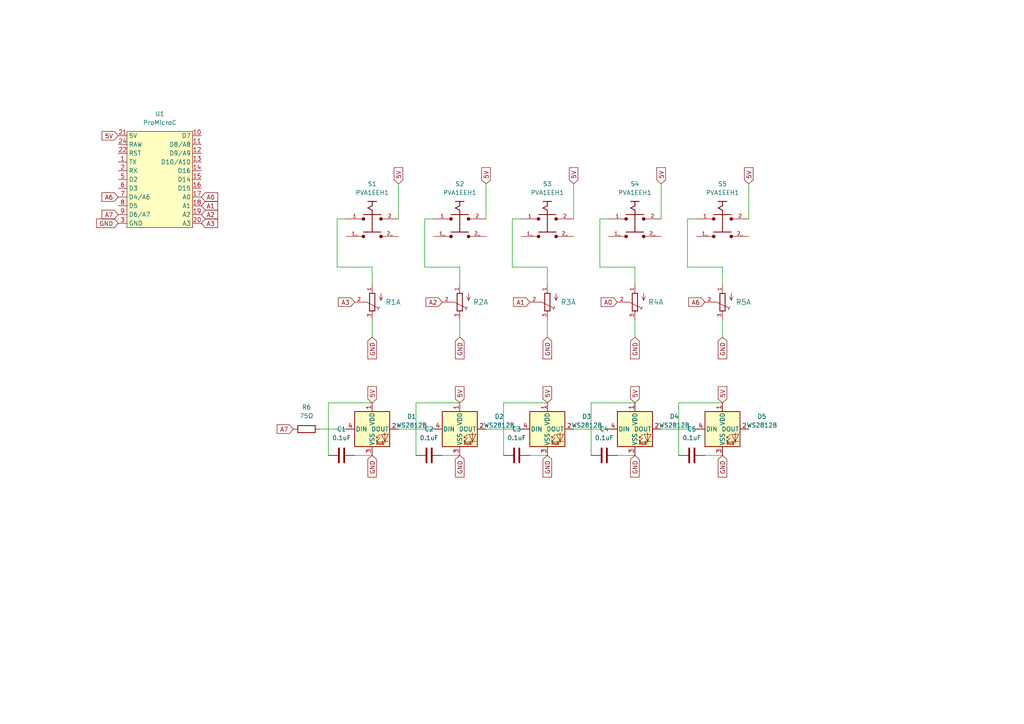
<source format=kicad_sch>
(kicad_sch (version 20231120) (generator "eeschema") (generator_version "8.0")
  (paper "A4")
  (lib_symbols
    (symbol "Bourns:PTA6043-2015DP-B103" (pin_names (offset 1.016))
      (property "Reference" "R" (at 2.54 -7.62 0))
      (property "Value" "PTA6043-2015DP-B103" (at 2.54 -5.08 0))
      (symbol "PTA6043-2015DP-B103_1_0"
        (polyline (pts (xy -2.54 -2.54) (xy -2.54 -0.508)) (stroke (width 0.1524)))
        (polyline (pts (xy -2.54 -0.508) (xy -3.048 -1.524)) (stroke (width 0.1524)))
        (polyline (pts (xy -2.54 -0.508) (xy -2.032 -1.524)) (stroke (width 0.1524)))
        (polyline (pts (xy -2.1597 1.2939) (xy -1.7018 2.2352)) (stroke (width 0.1524)))
        (polyline (pts (xy -0.762 -2.54) (xy 0.762 -2.54)) (stroke (width 0.254)))
        (polyline (pts (xy -0.762 2.54) (xy -0.762 -2.54)) (stroke (width 0.254)))
        (polyline (pts (xy 0.762 -2.54) (xy 0.762 2.54)) (stroke (width 0.254)))
        (polyline (pts (xy 0.762 2.54) (xy -0.762 2.54)) (stroke (width 0.254)))
        (polyline (pts (xy 1.651 0) (xy -1.8796 1.7526)) (stroke (width 0.1524)))
        (polyline (pts (xy 2.54 0) (xy 1.651 0)) (stroke (width 0.1524)))
        (pin passive line (at 0 -5.08 90) (length 2.54) (name "~") (number "1"))
        (pin passive line (at 5.08 0 180) (length 2.54) (name "~") (number "2"))
        (pin passive line (at 0 5.08 270) (length 2.54) (name "~") (number "3"))
      )
      (symbol "PTA6043-2015DP-B103_2_0"
        (pin passive line (at 0 0 270) (length 5.08) (name "~") (number "S1"))
      )
      (symbol "PTA6043-2015DP-B103_3_0"
        (pin passive line (at 0 0 270) (length 5.08) (name "~") (number "S2"))
      )
      (symbol "PTA6043-2015DP-B103_4_0"
        (pin passive line (at 0 0 270) (length 5.08) (name "~") (number "S3"))
      )
      (symbol "PTA6043-2015DP-B103_5_0"
        (pin passive line (at 0 0 270) (length 5.08) (name "~") (number "S4"))
      )
    )
    (symbol "C&K:PVA1EEH1" (pin_names (offset 1.016))
      (property "Reference" "S" (at -5.08 10.16 0))
      (property "Value" "PVA1EEH1" (at -5.08 -7.62 0))
      (symbol "PVA1EEH1_0_0"
        (circle (center -2.54 -2.54) (radius 0.254) (stroke (width 0.508)))
        (circle (center -2.54 2.54) (radius 0.254) (stroke (width 0.508)))
        (polyline (pts (xy -2.54 -1.27) (xy 0 -1.27)) (stroke (width 0.254)))
        (polyline (pts (xy -2.54 3.81) (xy 2.54 3.81)) (stroke (width 0.254)))
        (polyline (pts (xy -1.27 5.715) (xy 0 6.35)) (stroke (width 0.254)))
        (polyline (pts (xy -1.27 7.62) (xy 1.27 7.62)) (stroke (width 0.254)))
        (polyline (pts (xy 0 -1.27) (xy 0 5.08)) (stroke (width 0.254)))
        (polyline (pts (xy 0 -1.27) (xy 2.54 -1.27)) (stroke (width 0.254)))
        (polyline (pts (xy 0 5.08) (xy -1.27 5.715)) (stroke (width 0.254)))
        (polyline (pts (xy 0 6.35) (xy 0 7.62)) (stroke (width 0.254)))
        (circle (center 2.54 -2.54) (radius 0.254) (stroke (width 0.508)))
        (circle (center 2.54 2.54) (radius 0.254) (stroke (width 0.508)))
        (pin passive line (at -7.62 2.54 0) (length 5.08) (name "~") (number "1"))
        (pin passive line (at -7.62 -2.54 0) (length 5.08) (name "~") (number "1_"))
        (pin passive line (at 7.62 2.54 180) (length 5.08) (name "~") (number "2"))
        (pin passive line (at 7.62 -2.54 180) (length 5.08) (name "~") (number "2_"))
      )
    )
    (symbol "Device:C" (pin_numbers hide) (pin_names (offset 0.254))
      (property "Reference" "C" (at 0.635 2.54 0))
      (property "Value" "C" (at 0.635 -2.54 0))
      (symbol "C_0_1"
        (polyline (pts (xy -2.032 -0.762) (xy 2.032 -0.762)) (stroke (width 0.508)))
        (polyline (pts (xy -2.032 0.762) (xy 2.032 0.762)) (stroke (width 0.508)))
      )
      (symbol "C_1_1"
        (pin passive line (at 0 3.81 270) (length 2.794) (name "~") (number "1"))
        (pin passive line (at 0 -3.81 90) (length 2.794) (name "~") (number "2"))
      )
    )
    (symbol "Device:R" (pin_numbers hide) (pin_names (offset 0))
      (property "Reference" "R" (at 2.032 0 90))
      (property "Value" "R" (at 0 0 90))
      (symbol "R_0_1"
        (rectangle (start -1.016 -2.54) (end 1.016 2.54) (stroke (width 0.254)))
      )
      (symbol "R_1_1"
        (pin passive line (at 0 3.81 270) (length 1.27) (name "~") (number "1"))
        (pin passive line (at 0 -3.81 90) (length 1.27) (name "~") (number "2"))
      )
    )
    (symbol "LED:WS2812B" (pin_names (offset 0.254))
      (property "Reference" "D" (at 5.08 5.715 0))
      (property "Value" "WS2812B" (at 1.27 -5.715 0))
      (symbol "WS2812B_0_0"
        (text "RGB" (at 2.286 -4.191 0) (effects (font (size 0.762 0.762))))
      )
      (symbol "WS2812B_0_1"
        (polyline (pts (xy 1.27 -3.556) (xy 1.778 -3.556)))
        (polyline (pts (xy 1.27 -2.54) (xy 1.778 -2.54)))
        (polyline (pts (xy 4.699 -3.556) (xy 2.667 -3.556)))
        (polyline (pts (xy 2.286 -2.54) (xy 1.27 -3.556) (xy 1.27 -3.048)))
        (polyline (pts (xy 2.286 -1.524) (xy 1.27 -2.54) (xy 1.27 -2.032)))
        (polyline (pts (xy 3.683 -1.016) (xy 3.683 -3.556) (xy 3.683 -4.064)))
        (polyline (pts (xy 4.699 -1.524) (xy 2.667 -1.524) (xy 3.683 -3.556) (xy 4.699 -1.524)))
        (rectangle (start 5.08 5.08) (end -5.08 -5.08) (stroke (width 0.254)) (fill (type background)))
      )
      (symbol "WS2812B_1_1"
        (pin power_in line (at 0 7.62 270) (length 2.54) (name "VDD") (number "1"))
        (pin output line (at 7.62 0 180) (length 2.54) (name "DOUT") (number "2"))
        (pin power_in line (at 0 -7.62 90) (length 2.54) (name "VSS") (number "3"))
        (pin input line (at -7.62 0 0) (length 2.54) (name "DIN") (number "4"))
      )
    )
    (symbol "SparkFun:ProMicroC"
      (property "Reference" "U" (at 1.27 0 0))
      (property "Value" "ProMicroC" (at 15.24 0 0))
      (symbol "ProMicroC_1_1"
        (rectangle (start 0 -1.27) (end 19.05 -29.21) (fill (type background)))
        (pin input line (at -2.54 -10.16 0) (length 2.54) (name "TX") (number "1"))
        (pin input line (at 21.59 -2.54 180) (length 2.54) (name "D7") (number "10"))
        (pin input line (at 21.59 -5.08 180) (length 2.54) (name "D8/A8") (number "11"))
        (pin input line (at 21.59 -7.62 180) (length 2.54) (name "D9/A9") (number "12"))
        (pin input line (at 21.59 -10.16 180) (length 2.54) (name "D10/A10") (number "13"))
        (pin input line (at 21.59 -12.7 180) (length 2.54) (name "D16") (number "14"))
        (pin input line (at 21.59 -15.24 180) (length 2.54) (name "D14") (number "15"))
        (pin input line (at 21.59 -17.78 180) (length 2.54) (name "D15") (number "16"))
        (pin input line (at 21.59 -20.32 180) (length 2.54) (name "A0") (number "17"))
        (pin input line (at 21.59 -22.86 180) (length 2.54) (name "A1") (number "18"))
        (pin input line (at 21.59 -25.4 180) (length 2.54) (name "A2") (number "19"))
        (pin input line (at -2.54 -12.7 0) (length 2.54) (name "RX") (number "2"))
        (pin input line (at 21.59 -27.94 180) (length 2.54) (name "A3") (number "20"))
        (pin input line (at -2.54 -2.54 0) (length 2.54) (name "5V") (number "21"))
        (pin input line (at -2.54 -7.62 0) (length 2.54) (name "RST") (number "22"))
        (pin input line (at -2.54 -27.94 0) (length 2.54) hide (name "GND") (number "23"))
        (pin input line (at -2.54 -5.08 0) (length 2.54) (name "RAW") (number "24"))
        (pin input line (at -2.54 -27.94 0) (length 2.54) (name "GND") (number "3"))
        (pin input line (at -2.54 -27.94 0) (length 2.54) hide (name "GND") (number "4"))
        (pin input line (at -2.54 -15.24 0) (length 2.54) (name "D2") (number "5"))
        (pin input line (at -2.54 -17.78 0) (length 2.54) (name "D3") (number "6"))
        (pin input line (at -2.54 -20.32 0) (length 2.54) (name "D4/A6") (number "7"))
        (pin input line (at -2.54 -22.86 0) (length 2.54) (name "D5") (number "8"))
        (pin input line (at -2.54 -25.4 0) (length 2.54) (name "D6/A7") (number "9"))
      )
    )
  )
  (wire (pts (xy 199.39 63.5) (xy 201.93 63.5)))
  (wire (pts (xy 123.19 63.5) (xy 125.73 63.5)))
  (wire (pts (xy 97.79 63.5) (xy 100.33 63.5)))
  (wire (pts (xy 92.71 124.46) (xy 100.33 124.46)))
  (wire (pts (xy 209.55 77.47) (xy 199.39 77.47)))
  (wire (pts (xy 120.65 116.84) (xy 120.65 132.08)))
  (wire (pts (xy 184.15 77.47) (xy 184.15 82.55)))
  (wire (pts (xy 115.57 53.34) (xy 115.57 63.5)))
  (wire (pts (xy 209.55 92.71) (xy 209.55 97.79)))
  (wire (pts (xy 191.77 53.34) (xy 191.77 63.5)))
  (wire (pts (xy 102.87 132.08) (xy 107.95 132.08)))
  (wire (pts (xy 166.37 53.34) (xy 166.37 63.5)))
  (wire (pts (xy 148.59 77.47) (xy 148.59 63.5)))
  (wire (pts (xy 123.19 77.47) (xy 123.19 63.5)))
  (wire (pts (xy 140.97 124.46) (xy 151.13 124.46)))
  (wire (pts (xy 146.05 116.84) (xy 146.05 132.08)))
  (wire (pts (xy 133.35 92.71) (xy 133.35 97.79)))
  (wire (pts (xy 115.57 124.46) (xy 125.73 124.46)))
  (wire (pts (xy 133.35 116.84) (xy 120.65 116.84)))
  (wire (pts (xy 107.95 77.47) (xy 107.95 82.55)))
  (wire (pts (xy 133.35 77.47) (xy 123.19 77.47)))
  (wire (pts (xy 166.37 124.46) (xy 176.53 124.46)))
  (wire (pts (xy 217.17 53.34) (xy 217.17 63.5)))
  (wire (pts (xy 107.95 92.71) (xy 107.95 97.79)))
  (wire (pts (xy 158.75 77.47) (xy 158.75 82.55)))
  (wire (pts (xy 133.35 77.47) (xy 133.35 82.55)))
  (wire (pts (xy 184.15 116.84) (xy 171.45 116.84)))
  (wire (pts (xy 204.47 132.08) (xy 209.55 132.08)))
  (wire (pts (xy 184.15 77.47) (xy 173.99 77.47)))
  (wire (pts (xy 173.99 63.5) (xy 176.53 63.5)))
  (wire (pts (xy 97.79 77.47) (xy 97.79 63.5)))
  (wire (pts (xy 179.07 132.08) (xy 184.15 132.08)))
  (wire (pts (xy 209.55 116.84) (xy 196.85 116.84)))
  (wire (pts (xy 191.77 124.46) (xy 201.93 124.46)))
  (wire (pts (xy 184.15 92.71) (xy 184.15 97.79)))
  (wire (pts (xy 95.25 116.84) (xy 107.95 116.84)))
  (wire (pts (xy 158.75 92.71) (xy 158.75 97.79)))
  (wire (pts (xy 171.45 116.84) (xy 171.45 132.08)))
  (wire (pts (xy 196.85 116.84) (xy 196.85 132.08)))
  (wire (pts (xy 173.99 77.47) (xy 173.99 63.5)))
  (wire (pts (xy 107.95 77.47) (xy 97.79 77.47)))
  (wire (pts (xy 153.67 132.08) (xy 158.75 132.08)))
  (wire (pts (xy 158.75 116.84) (xy 146.05 116.84)))
  (wire (pts (xy 199.39 77.47) (xy 199.39 63.5)))
  (wire (pts (xy 158.75 77.47) (xy 148.59 77.47)))
  (wire (pts (xy 140.97 53.34) (xy 140.97 63.5)))
  (wire (pts (xy 95.25 132.08) (xy 95.25 116.84)))
  (wire (pts (xy 148.59 63.5) (xy 151.13 63.5)))
  (wire (pts (xy 209.55 77.47) (xy 209.55 82.55)))
  (wire (pts (xy 128.27 132.08) (xy 133.35 132.08)))
  (global_label "5V" (shape input) (at 115.57 53.34 90) (property "Intersheetrefs" "${INTERSHEET_REFS}" (effects (hide yes))))
  (global_label "5V" (shape input) (at 191.77 53.34 90) (property "Intersheetrefs" "${INTERSHEET_REFS}" (effects (hide yes))))
  (global_label "GND" (shape input) (at 133.35 97.79 270) (property "Intersheetrefs" "${INTERSHEET_REFS}" (effects (hide yes))))
  (global_label "A1" (shape input) (at 153.67 87.63 180) (property "Intersheetrefs" "${INTERSHEET_REFS}" (effects (hide yes))))
  (global_label "GND" (shape input) (at 34.29 64.77 180) (property "Intersheetrefs" "${INTERSHEET_REFS}" (effects (hide yes))))
  (global_label "GND" (shape input) (at 107.95 132.08 270) (property "Intersheetrefs" "${INTERSHEET_REFS}" (effects (hide yes))))
  (global_label "GND" (shape input) (at 133.35 132.08 270) (property "Intersheetrefs" "${INTERSHEET_REFS}" (effects (hide yes))))
  (global_label "5V" (shape input) (at 34.29 39.37 180) (property "Intersheetrefs" "${INTERSHEET_REFS}" (effects (hide yes))))
  (global_label "GND" (shape input) (at 158.75 132.08 270) (property "Intersheetrefs" "${INTERSHEET_REFS}" (effects (hide yes))))
  (global_label "5V" (shape input) (at 133.35 116.84 90) (property "Intersheetrefs" "${INTERSHEET_REFS}" (effects (hide yes))))
  (global_label "A0" (shape input) (at 179.07 87.63 180) (property "Intersheetrefs" "${INTERSHEET_REFS}" (effects (hide yes))))
  (global_label "GND" (shape input) (at 209.55 97.79 270) (property "Intersheetrefs" "${INTERSHEET_REFS}" (effects (hide yes))))
  (global_label "5V" (shape input) (at 184.15 116.84 90) (property "Intersheetrefs" "${INTERSHEET_REFS}" (effects (hide yes))))
  (global_label "A0" (shape input) (at 58.42 57.15 0) (property "Intersheetrefs" "${INTERSHEET_REFS}" (effects (hide yes))))
  (global_label "5V" (shape input) (at 217.17 53.34 90) (property "Intersheetrefs" "${INTERSHEET_REFS}" (effects (hide yes))))
  (global_label "A2" (shape input) (at 128.27 87.63 180) (property "Intersheetrefs" "${INTERSHEET_REFS}" (effects (hide yes))))
  (global_label "A1" (shape input) (at 58.42 59.69 0) (property "Intersheetrefs" "${INTERSHEET_REFS}" (effects (hide yes))))
  (global_label "5V" (shape input) (at 140.97 53.34 90) (property "Intersheetrefs" "${INTERSHEET_REFS}" (effects (hide yes))))
  (global_label "A3" (shape input) (at 102.87 87.63 180) (property "Intersheetrefs" "${INTERSHEET_REFS}" (effects (hide yes))))
  (global_label "5V" (shape input) (at 158.75 116.84 90) (property "Intersheetrefs" "${INTERSHEET_REFS}" (effects (hide yes))))
  (global_label "A6" (shape input) (at 34.29 57.15 180) (property "Intersheetrefs" "${INTERSHEET_REFS}" (effects (hide yes))))
  (global_label "5V" (shape input) (at 209.55 116.84 90) (property "Intersheetrefs" "${INTERSHEET_REFS}" (effects (hide yes))))
  (global_label "A6" (shape input) (at 204.47 87.63 180) (property "Intersheetrefs" "${INTERSHEET_REFS}" (effects (hide yes))))
  (global_label "GND" (shape input) (at 209.55 132.08 270) (property "Intersheetrefs" "${INTERSHEET_REFS}" (effects (hide yes))))
  (global_label "GND" (shape input) (at 158.75 97.79 270) (property "Intersheetrefs" "${INTERSHEET_REFS}" (effects (hide yes))))
  (global_label "GND" (shape input) (at 184.15 132.08 270) (property "Intersheetrefs" "${INTERSHEET_REFS}" (effects (hide yes))))
  (global_label "GND" (shape input) (at 107.95 97.79 270) (property "Intersheetrefs" "${INTERSHEET_REFS}" (effects (hide yes))))
  (global_label "5V" (shape input) (at 166.37 53.34 90) (property "Intersheetrefs" "${INTERSHEET_REFS}" (effects (hide yes))))
  (global_label "A7" (shape input) (at 85.09 124.46 180) (property "Intersheetrefs" "${INTERSHEET_REFS}" (effects (hide yes))))
  (global_label "A7" (shape input) (at 34.29 62.23 180) (property "Intersheetrefs" "${INTERSHEET_REFS}" (effects (hide yes))))
  (global_label "A2" (shape input) (at 58.42 62.23 0) (property "Intersheetrefs" "${INTERSHEET_REFS}" (effects (hide yes))))
  (global_label "GND" (shape input) (at 184.15 97.79 270) (property "Intersheetrefs" "${INTERSHEET_REFS}" (effects (hide yes))))
  (global_label "5V" (shape input) (at 107.95 116.84 90) (property "Intersheetrefs" "${INTERSHEET_REFS}" (effects (hide yes))))
  (global_label "A3" (shape input) (at 58.42 64.77 0) (property "Intersheetrefs" "${INTERSHEET_REFS}" (effects (hide yes))))
  (symbol (lib_id "Bourns:PTA6043-2015DP-B103") (at 184.15 87.63 180) (unit 1)
    (property "Reference" "R4" (at 187.96 87.6299 0) (effects (font (size 1.524 1.524)) (justify right)))
    (property "Value" "PTA6043-2015DPB103" (effects (hide yes)))
    (property "Footprint" "Bourns:PTA6043-2015DP-B103" (effects (hide yes)))
    (property "Datasheet" "https://octopart.com/datasheet/pta6043-2015dpb103-bourns-10486550" (effects (hide yes)))
    (property "MF" "Bourns" (effects (hide yes)))
    (property "Description_1" "\nPTA Series, Linear Potentiometer, 10kOhms, +/-20%, 0.25W, Through Hole | Bourns PTA6043-2015DPB103\n" (effects (hide yes)))
    (property "Package" "None" (effects (hide yes)))
    (property "Price" "None" (effects (hide yes)))
    (property "SnapEDA_Link" "https://www.snapeda.com/parts/PTA6043-2015DPB103/Bourns/view-part/?ref=snap" (effects (hide yes)))
    (property "MP" "PTA6043-2015DPB103" (effects (hide yes)))
    (property "Availability" "In Stock" (effects (hide yes)))
    (property "Check_prices" "https://www.snapeda.com/parts/PTA6043-2015DPB103/Bourns/view-part/?ref=eda" (effects (hide yes)))
  )
  (symbol (lib_id "Device:C") (at 124.46 132.08 90) (unit 1)
    (property "Reference" "C2" (at 124.46 124.46 90))
    (property "Value" "0.1uF" (at 124.46 127 90))
    (property "Footprint" "Capacitor_SMD:C_0603_1608Metric" (effects (hide yes)))
    (property "Datasheet" "https://octopart.com/datasheet/cl10b104jo8nnnc-samsung-19831569" (effects (hide yes)))
    (property "Description" "Samsung CL10B104JO8NNNC" (effects (hide yes)))
  )
  (symbol (lib_id "Device:C") (at 200.66 132.08 90) (unit 1)
    (property "Reference" "C5" (at 200.66 124.46 90))
    (property "Value" "0.1uF" (at 200.66 127 90))
    (property "Footprint" "Capacitor_SMD:C_0603_1608Metric" (effects (hide yes)))
    (property "Datasheet" "https://octopart.com/datasheet/cl10b104jo8nnnc-samsung-19831569" (effects (hide yes)))
    (property "Description" "Samsung CL10B104JO8NNNC" (effects (hide yes)))
  )
  (symbol (lib_id "LED:WS2812B") (at 107.95 124.46 0) (unit 1)
    (property "Reference" "D1" (at 119.38 120.812 0))
    (property "Value" "WS2812B" (at 119.38 123.352 0))
    (property "Footprint" "LED_SMD:LED_WS2812B_PLCC4_5.0x5.0mm_P3.2mm" (effects (hide yes)))
    (property "Datasheet" "https://cdn-shop.adafruit.com/datasheets/WS2812B.pdf" (effects (hide yes)))
    (property "Description" "RGB LED with integrated controller" (effects (hide yes)))
  )
  (symbol (lib_id "Device:C") (at 175.26 132.08 90) (unit 1)
    (property "Reference" "C4" (at 175.26 124.46 90))
    (property "Value" "0.1uF" (at 175.26 127 90))
    (property "Footprint" "Capacitor_SMD:C_0603_1608Metric" (effects (hide yes)))
    (property "Datasheet" "https://octopart.com/datasheet/cl10b104jo8nnnc-samsung-19831569" (effects (hide yes)))
    (property "Description" "Samsung CL10B104JO8NNNC" (effects (hide yes)))
  )
  (symbol (lib_id "C&K:PVA1EEH1") (at 158.75 66.04 0) (unit 1)
    (property "Reference" "S3" (at 158.75 53.34 0))
    (property "Value" "PVA1EEH1" (at 158.75 55.88 0))
    (property "Footprint" "C&K:SW_PVA1EEH1" (effects (hide yes)))
    (property "Datasheet" "https://www.ckswitches.com/media/1343/pva.pdf" (effects (hide yes)))
    (property "SnapEDA_Link" "https://www.snapeda.com/parts/PVA1EEH1/C%2526K+Components/view-part/?ref=snap" (effects (hide yes)))
    (property "MAXIMUM_PACKAGE_HEIGHT" "17.74 mm" (effects (hide yes)))
    (property "Package" "None" (effects (hide yes)))
    (property "Check_prices" "https://www.snapeda.com/parts/PVA1EEH1/C%2526K+Components/view-part/?ref=eda" (effects (hide yes)))
    (property "STANDARD" "Manufacturer Recommendations" (effects (hide yes)))
    (property "PARTREV" "11 Jun 18" (effects (hide yes)))
    (property "MF" "C&K Components" (effects (hide yes)))
    (property "MP" "PVA1EEH1" (effects (hide yes)))
    (property "Description_1" "\nPushbutton Switch DPST Keyswitch Through Hole\n" (effects (hide yes)))
    (property "MANUFACTURER" "C&K" (effects (hide yes)))
  )
  (symbol (lib_id "LED:WS2812B") (at 133.35 124.46 0) (unit 1)
    (property "Reference" "D2" (at 144.78 120.812 0))
    (property "Value" "WS2812B" (at 144.78 123.352 0))
    (property "Footprint" "LED_SMD:LED_WS2812B_PLCC4_5.0x5.0mm_P3.2mm" (effects (hide yes)))
    (property "Datasheet" "https://cdn-shop.adafruit.com/datasheets/WS2812B.pdf" (effects (hide yes)))
    (property "Description" "RGB LED with integrated controller" (effects (hide yes)))
  )
  (symbol (lib_id "LED:WS2812B") (at 158.75 124.46 0) (unit 1)
    (property "Reference" "D3" (at 170.18 120.812 0))
    (property "Value" "WS2812B" (at 170.18 123.352 0))
    (property "Footprint" "LED_SMD:LED_WS2812B_PLCC4_5.0x5.0mm_P3.2mm" (effects (hide yes)))
    (property "Datasheet" "https://cdn-shop.adafruit.com/datasheets/WS2812B.pdf" (effects (hide yes)))
    (property "Description" "RGB LED with integrated controller" (effects (hide yes)))
  )
  (symbol (lib_id "Bourns:PTA6043-2015DP-B103") (at 107.95 87.63 180) (unit 1)
    (property "Reference" "R1" (at 111.76 87.6299 0) (effects (font (size 1.524 1.524)) (justify right)))
    (property "Value" "PTA6043-2015DPB103" (effects (hide yes)))
    (property "Footprint" "Bourns:PTA6043-2015DP-B103" (effects (hide yes)))
    (property "Datasheet" "https://octopart.com/datasheet/pta6043-2015dpb103-bourns-10486550" (effects (hide yes)))
    (property "MF" "Bourns" (effects (hide yes)))
    (property "Description_1" "\nPTA Series, Linear Potentiometer, 10kOhms, +/-20%, 0.25W, Through Hole | Bourns PTA6043-2015DPB103\n" (effects (hide yes)))
    (property "Package" "None" (effects (hide yes)))
    (property "Price" "None" (effects (hide yes)))
    (property "SnapEDA_Link" "https://www.snapeda.com/parts/PTA6043-2015DPB103/Bourns/view-part/?ref=snap" (effects (hide yes)))
    (property "MP" "PTA6043-2015DPB103" (effects (hide yes)))
    (property "Availability" "In Stock" (effects (hide yes)))
    (property "Check_prices" "https://www.snapeda.com/parts/PTA6043-2015DPB103/Bourns/view-part/?ref=eda" (effects (hide yes)))
  )
  (symbol (lib_id "Device:C") (at 149.86 132.08 90) (unit 1)
    (property "Reference" "C3" (at 149.86 124.46 90))
    (property "Value" "0.1uF" (at 149.86 127 90))
    (property "Footprint" "Capacitor_SMD:C_0603_1608Metric" (effects (hide yes)))
    (property "Datasheet" "https://octopart.com/datasheet/cl10b104jo8nnnc-samsung-19831569" (effects (hide yes)))
    (property "Description" "Samsung CL10B104JO8NNNC" (effects (hide yes)))
  )
  (symbol (lib_id "Bourns:PTA6043-2015DP-B103") (at 158.75 87.63 180) (unit 1)
    (property "Reference" "R3" (at 162.56 87.6299 0) (effects (font (size 1.524 1.524)) (justify right)))
    (property "Value" "PTA6043-2015DPB103" (effects (hide yes)))
    (property "Footprint" "Bourns:PTA6043-2015DP-B103" (effects (hide yes)))
    (property "Datasheet" "https://octopart.com/datasheet/pta6043-2015dpb103-bourns-10486550" (effects (hide yes)))
    (property "MF" "Bourns" (effects (hide yes)))
    (property "Description_1" "\nPTA Series, Linear Potentiometer, 10kOhms, +/-20%, 0.25W, Through Hole | Bourns PTA6043-2015DPB103\n" (effects (hide yes)))
    (property "Package" "None" (effects (hide yes)))
    (property "Price" "None" (effects (hide yes)))
    (property "SnapEDA_Link" "https://www.snapeda.com/parts/PTA6043-2015DPB103/Bourns/view-part/?ref=snap" (effects (hide yes)))
    (property "MP" "PTA6043-2015DPB103" (effects (hide yes)))
    (property "Availability" "In Stock" (effects (hide yes)))
    (property "Check_prices" "https://www.snapeda.com/parts/PTA6043-2015DPB103/Bourns/view-part/?ref=eda" (effects (hide yes)))
  )
  (symbol (lib_id "Bourns:PTA6043-2015DP-B103") (at 133.35 87.63 180) (unit 1)
    (property "Reference" "R2" (at 137.16 87.6299 0) (effects (font (size 1.524 1.524)) (justify right)))
    (property "Value" "PTA6043-2015DPB103" (effects (hide yes)))
    (property "Footprint" "Bourns:PTA6043-2015DP-B103" (effects (hide yes)))
    (property "Datasheet" "https://octopart.com/datasheet/pta6043-2015dpb103-bourns-10486550" (effects (hide yes)))
    (property "MF" "Bourns" (effects (hide yes)))
    (property "Description_1" "\nPTA Series, Linear Potentiometer, 10kOhms, +/-20%, 0.25W, Through Hole | Bourns PTA6043-2015DPB103\n" (effects (hide yes)))
    (property "Package" "None" (effects (hide yes)))
    (property "Price" "None" (effects (hide yes)))
    (property "SnapEDA_Link" "https://www.snapeda.com/parts/PTA6043-2015DPB103/Bourns/view-part/?ref=snap" (effects (hide yes)))
    (property "MP" "PTA6043-2015DPB103" (effects (hide yes)))
    (property "Availability" "In Stock" (effects (hide yes)))
    (property "Check_prices" "https://www.snapeda.com/parts/PTA6043-2015DPB103/Bourns/view-part/?ref=eda" (effects (hide yes)))
  )
  (symbol (lib_id "Device:C") (at 99.06 132.08 90) (unit 1)
    (property "Reference" "C1" (at 99.06 124.46 90))
    (property "Value" "0.1uF" (at 99.06 127 90))
    (property "Footprint" "Capacitor_SMD:C_0603_1608Metric" (effects (hide yes)))
    (property "Datasheet" "https://octopart.com/datasheet/cl10b104jo8nnnc-samsung-19831569" (effects (hide yes)))
    (property "Description" "Samsung CL10B104JO8NNNC" (effects (hide yes)))
  )
  (symbol (lib_id "C&K:PVA1EEH1") (at 184.15 66.04 0) (unit 1)
    (property "Reference" "S4" (at 184.15 53.34 0))
    (property "Value" "PVA1EEH1" (at 184.15 55.88 0))
    (property "Footprint" "C&K:SW_PVA1EEH1" (effects (hide yes)))
    (property "Datasheet" "https://www.ckswitches.com/media/1343/pva.pdf" (effects (hide yes)))
    (property "SnapEDA_Link" "https://www.snapeda.com/parts/PVA1EEH1/C%2526K+Components/view-part/?ref=snap" (effects (hide yes)))
    (property "MAXIMUM_PACKAGE_HEIGHT" "17.74 mm" (effects (hide yes)))
    (property "Package" "None" (effects (hide yes)))
    (property "Check_prices" "https://www.snapeda.com/parts/PVA1EEH1/C%2526K+Components/view-part/?ref=eda" (effects (hide yes)))
    (property "STANDARD" "Manufacturer Recommendations" (effects (hide yes)))
    (property "PARTREV" "11 Jun 18" (effects (hide yes)))
    (property "MF" "C&K Components" (effects (hide yes)))
    (property "MP" "PVA1EEH1" (effects (hide yes)))
    (property "Description_1" "\nPushbutton Switch DPST Keyswitch Through Hole\n" (effects (hide yes)))
    (property "MANUFACTURER" "C&K" (effects (hide yes)))
  )
  (symbol (lib_id "LED:WS2812B") (at 184.15 124.46 0) (unit 1)
    (property "Reference" "D4" (at 195.58 120.812 0))
    (property "Value" "WS2812B" (at 195.58 123.352 0))
    (property "Footprint" "LED_SMD:LED_WS2812B_PLCC4_5.0x5.0mm_P3.2mm" (effects (hide yes)))
    (property "Datasheet" "https://cdn-shop.adafruit.com/datasheets/WS2812B.pdf" (effects (hide yes)))
    (property "Description" "RGB LED with integrated controller" (effects (hide yes)))
  )
  (symbol (lib_id "C&K:PVA1EEH1") (at 133.35 66.04 0) (unit 1)
    (property "Reference" "S2" (at 133.35 53.34 0))
    (property "Value" "PVA1EEH1" (at 133.35 55.88 0))
    (property "Footprint" "C&K:SW_PVA1EEH1" (effects (hide yes)))
    (property "Datasheet" "https://www.ckswitches.com/media/1343/pva.pdf" (effects (hide yes)))
    (property "SnapEDA_Link" "https://www.snapeda.com/parts/PVA1EEH1/C%2526K+Components/view-part/?ref=snap" (effects (hide yes)))
    (property "MAXIMUM_PACKAGE_HEIGHT" "17.74 mm" (effects (hide yes)))
    (property "Package" "None" (effects (hide yes)))
    (property "Check_prices" "https://www.snapeda.com/parts/PVA1EEH1/C%2526K+Components/view-part/?ref=eda" (effects (hide yes)))
    (property "STANDARD" "Manufacturer Recommendations" (effects (hide yes)))
    (property "PARTREV" "11 Jun 18" (effects (hide yes)))
    (property "MF" "C&K Components" (effects (hide yes)))
    (property "MP" "PVA1EEH1" (effects (hide yes)))
    (property "Description_1" "\nPushbutton Switch DPST Keyswitch Through Hole\n" (effects (hide yes)))
    (property "MANUFACTURER" "C&K" (effects (hide yes)))
  )
  (symbol (lib_id "C&K:PVA1EEH1") (at 107.95 66.04 0) (unit 1)
    (property "Reference" "S1" (at 107.95 53.34 0))
    (property "Value" "PVA1EEH1" (at 107.95 55.88 0))
    (property "Footprint" "C&K:SW_PVA1EEH1" (effects (hide yes)))
    (property "Datasheet" "https://www.ckswitches.com/media/1343/pva.pdf" (effects (hide yes)))
    (property "SnapEDA_Link" "https://www.snapeda.com/parts/PVA1EEH1/C%2526K+Components/view-part/?ref=snap" (effects (hide yes)))
    (property "MAXIMUM_PACKAGE_HEIGHT" "17.74 mm" (effects (hide yes)))
    (property "Package" "None" (effects (hide yes)))
    (property "Check_prices" "https://www.snapeda.com/parts/PVA1EEH1/C%2526K+Components/view-part/?ref=eda" (effects (hide yes)))
    (property "STANDARD" "Manufacturer Recommendations" (effects (hide yes)))
    (property "PARTREV" "11 Jun 18" (effects (hide yes)))
    (property "MF" "C&K Components" (effects (hide yes)))
    (property "MP" "PVA1EEH1" (effects (hide yes)))
    (property "Description_1" "\nPushbutton Switch DPST Keyswitch Through Hole\n" (effects (hide yes)))
    (property "MANUFACTURER" "C&K" (effects (hide yes)))
  )
  (symbol (lib_id "Bourns:PTA6043-2015DP-B103") (at 209.55 87.63 180) (unit 1)
    (property "Reference" "R5" (at 213.36 87.6299 0) (effects (font (size 1.524 1.524)) (justify right)))
    (property "Value" "PTA6043-2015DPB103" (effects (hide yes)))
    (property "Footprint" "Bourns:PTA6043-2015DP-B103" (effects (hide yes)))
    (property "Datasheet" "https://octopart.com/datasheet/pta6043-2015dpb103-bourns-10486550" (effects (hide yes)))
    (property "MF" "Bourns" (effects (hide yes)))
    (property "Description_1" "\nPTA Series, Linear Potentiometer, 10kOhms, +/-20%, 0.25W, Through Hole | Bourns PTA6043-2015DPB103\n" (effects (hide yes)))
    (property "Package" "None" (effects (hide yes)))
    (property "Price" "None" (effects (hide yes)))
    (property "SnapEDA_Link" "https://www.snapeda.com/parts/PTA6043-2015DPB103/Bourns/view-part/?ref=snap" (effects (hide yes)))
    (property "MP" "PTA6043-2015DPB103" (effects (hide yes)))
    (property "Availability" "In Stock" (effects (hide yes)))
    (property "Check_prices" "https://www.snapeda.com/parts/PTA6043-2015DPB103/Bourns/view-part/?ref=eda" (effects (hide yes)))
  )
  (symbol (lib_id "SparkFun:ProMicroC") (at 36.83 36.83 0) (unit 1)
    (property "Reference" "U1" (at 46.355 33.02 0))
    (property "Value" "ProMicroC" (at 46.355 35.56 0))
    (property "Footprint" "SparkFun:ProMicroC" (effects (hide yes)))
    (property "Datasheet" "https://www.sparkfun.com/products/15795" (effects (hide yes)))
  )
  (symbol (lib_id "LED:WS2812B") (at 209.55 124.46 0) (unit 1)
    (property "Reference" "D5" (at 220.98 120.812 0))
    (property "Value" "WS2812B" (at 220.98 123.352 0))
    (property "Footprint" "LED_SMD:LED_WS2812B_PLCC4_5.0x5.0mm_P3.2mm" (effects (hide yes)))
    (property "Datasheet" "https://cdn-shop.adafruit.com/datasheets/WS2812B.pdf" (effects (hide yes)))
    (property "Description" "RGB LED with integrated controller" (effects (hide yes)))
  )
  (symbol (lib_id "Device:R") (at 88.9 124.46 90) (unit 1)
    (property "Reference" "R6" (at 88.9 118.11 90))
    (property "Value" "75Ω" (at 88.9 120.65 90))
    (property "Footprint" "Resistor_SMD:R_0603_1608Metric" (effects (hide yes)))
    (property "Datasheet" "https://octopart.com/datasheet/crg0603f75r-te+connectivity-16077431" (effects (hide yes)))
    (property "Description" "TE Connectivity CRG0603F75R" (effects (hide yes)))
  )
  (symbol (lib_id "C&K:PVA1EEH1") (at 209.55 66.04 0) (unit 1)
    (property "Reference" "S5" (at 209.55 53.34 0))
    (property "Value" "PVA1EEH1" (at 209.55 55.88 0))
    (property "Footprint" "C&K:SW_PVA1EEH1" (effects (hide yes)))
    (property "Datasheet" "https://www.ckswitches.com/media/1343/pva.pdf" (effects (hide yes)))
    (property "SnapEDA_Link" "https://www.snapeda.com/parts/PVA1EEH1/C%2526K+Components/view-part/?ref=snap" (effects (hide yes)))
    (property "MAXIMUM_PACKAGE_HEIGHT" "17.74 mm" (effects (hide yes)))
    (property "Package" "None" (effects (hide yes)))
    (property "Check_prices" "https://www.snapeda.com/parts/PVA1EEH1/C%2526K+Components/view-part/?ref=eda" (effects (hide yes)))
    (property "STANDARD" "Manufacturer Recommendations" (effects (hide yes)))
    (property "PARTREV" "11 Jun 18" (effects (hide yes)))
    (property "MF" "C&K Components" (effects (hide yes)))
    (property "MP" "PVA1EEH1" (effects (hide yes)))
    (property "Description_1" "\nPushbutton Switch DPST Keyswitch Through Hole\n" (effects (hide yes)))
    (property "MANUFACTURER" "C&K" (effects (hide yes)))
  )
)
</source>
